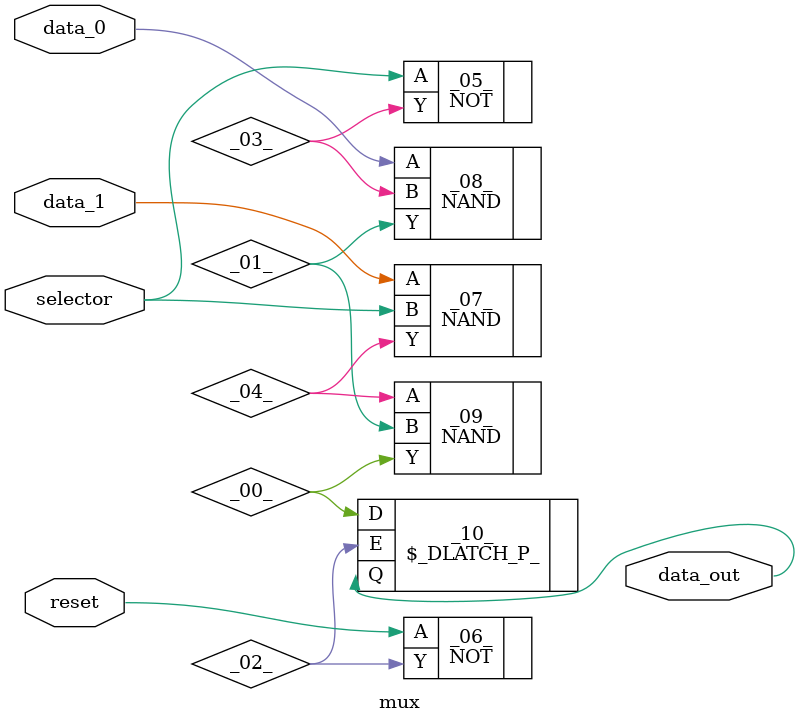
<source format=v>
/* Generated by Yosys 0.8 (git sha1 UNKNOWN, clang 7.0.1 -march=x86-64 -mtune=generic -O2 -fstack-protector-strong -fno-plt -fPIC -Os) */

(* top =  1  *)
(* src = "mux.v:1" *)
module mux(selector, reset, data_0, data_1, data_out);
  (* src = "mux.v:9" *)
  wire _00_;
  wire _01_;
  wire _02_;
  wire _03_;
  wire _04_;
  (* src = "mux.v:4" *)
  input data_0;
  (* src = "mux.v:5" *)
  input data_1;
  (* src = "mux.v:6" *)
  output data_out;
  (* src = "mux.v:3" *)
  input reset;
  (* src = "mux.v:2" *)
  input selector;
  NOT _05_ (
    .A(selector),
    .Y(_03_)
  );
  NOT _06_ (
    .A(reset),
    .Y(_02_)
  );
  NAND _07_ (
    .A(data_1),
    .B(selector),
    .Y(_04_)
  );
  NAND _08_ (
    .A(data_0),
    .B(_03_),
    .Y(_01_)
  );
  NAND _09_ (
    .A(_04_),
    .B(_01_),
    .Y(_00_)
  );
  (* src = "mux.v:9" *)
  \$_DLATCH_P_  _10_ (
    .D(_00_),
    .E(_02_),
    .Q(data_out)
  );
endmodule

</source>
